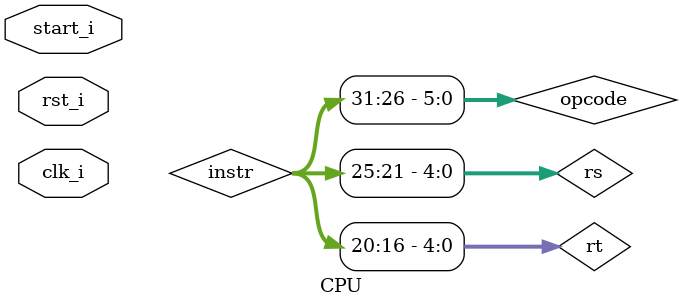
<source format=v>
module CPU(
    clk_i,
    rst_i,
    start_i
);

// Ports
input clk_i;
input rst_i;
input start_i;

wire [31:0] instr_addr, instr;
wire [31:0] pc;
wire [5:0] opcode, funct_i;
wire [4:0] rs, rt, rd;
wire [15:0] imm;
assign opcode = instr[31:26];
assign rs = instr[25:21];
assign rt = instr[20:16];
assign rd = instr[15:11];
assign funct_i = instr[5:0];
assign imm = instr[15:0];
wire [31:0] rs_data, rt_data;
wire zero_o;

Control Control(
    .Op_i       (opcode),
    .RegDst_o   (MUX_RegDst.select_i),
    .ALUOp_o    (ALU_Control.ALUOp_i),
    .ALUSrc_o   (MUX_ALUSrc.select_i),
    .RegWrite_o (Registers.RegWrite_i)
);


Adder Add_PC(
    .data1_i    (instr_addr),
    .data2_i    (32'd4),
    .data_o     (pc)
);


PC PC(
    .clk_i      (clk_i),
    .rst_i      (rst_i),
    .start_i    (start_i),
    .pc_i       (pc),
    .pc_o       (instr_addr)
);

Instruction_Memory Instruction_Memory(
    .addr_i     (instr_addr),
    .instr_o    (instr)
);

Registers Registers(
    .clk_i      (clk_i),
    .RSaddr_i   (rs),
    .RTaddr_i   (rt),
    .RDaddr_i   (MUX_RegDst.data_o),
    .RDdata_i   (ALU.data_o),
    .RegWrite_i (Control.RegWrite_o),
    .RSdata_o   (rs_data),
    .RTdata_o   (rt_data)
);


MUX5 MUX_RegDst(
    .data1_i    (rt),
    .data2_i    (rd),
    .select_i   (Control.RegDst_o),
    .data_o     (Registers.RDaddr_i)
);



MUX32 MUX_ALUSrc(
    .data1_i    (rt_data),
    .data2_i    (Sign_Extend.data_o),
    .select_i   (Control.ALUSrc_o),
    .data_o     (ALU.data2_i)
);


Sign_Extend Sign_Extend(
    .data_i     (imm),
    .data_o     (MUX_ALUSrc.data2_i)
);


ALU ALU(
    .data1_i    (rs_data),
    .data2_i    (MUX_ALUSrc.data_o),
    .ALUCtrl_i  (ALU_Control.ALUCtrl_o),
    .data_o     (Registers.RDdata_i),
    .Zero_o     (Zero_o)
);


ALU_Control ALU_Control(
    .funct_i    (funct_i),
    .ALUOp_i    (Control.ALUOp_o),
    .ALUCtrl_o  (ALU.ALUCtrl_i)
);


endmodule

</source>
